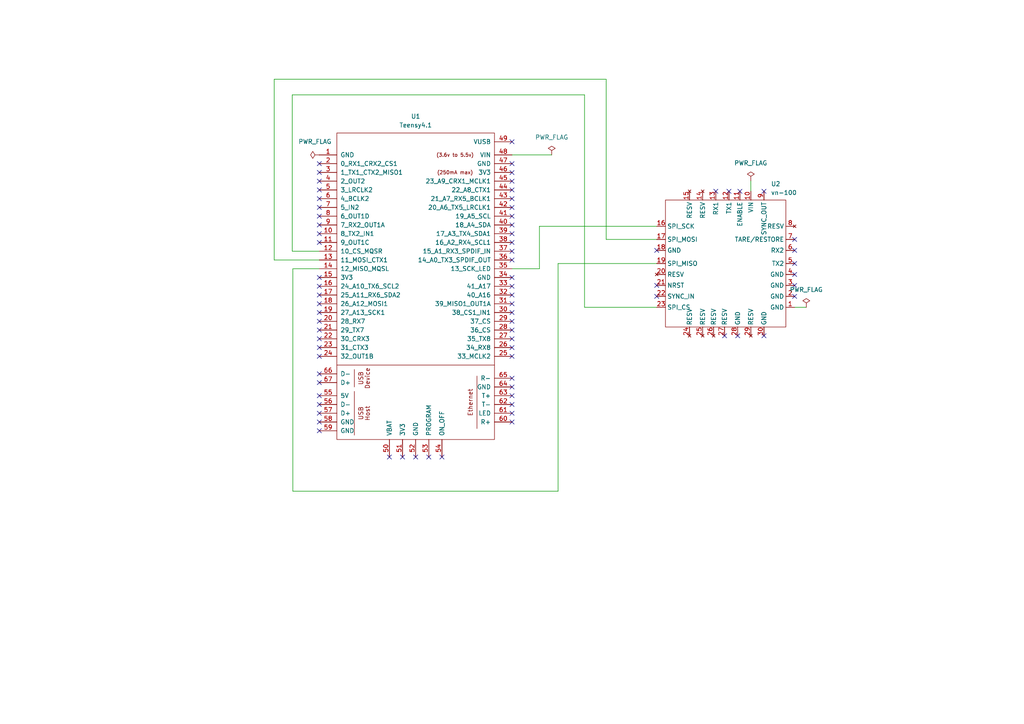
<source format=kicad_sch>
(kicad_sch (version 20211123) (generator eeschema)
  (paper "A4")
  (title_block (title "Teensy 4.1 <> VN-100 Interface") (date "2023-01-09") (rev "0.1") (company "Sebastian Nuñez"))
  (lib_symbols
    (symbol "power:PWR_FLAG" (power) (pin_numbers hide) (pin_names (offset 0) hide)
      (property "Value" "PWR_FLAG" (at 0 3.81 0))
      (symbol "PWR_FLAG_0_0"
        (pin power_out line (at 0 0 90) (length 0) (name "pwr") (number "1"))
      )
      (symbol "PWR_FLAG_0_1"
        (polyline (pts (xy 0 0) (xy 0 1.27) (xy -1.016 1.905) (xy 0 2.54) (xy 1.016 1.905) (xy 0 1.27)))
      )
    )
    (symbol "teensy:Teensy4.1" (pin_names (offset 1.016))
      (property "Reference" "U" (at 0 64.77 0))
      (property "Value" "Teensy4.1" (at 0 62.23 0))
      (symbol "Teensy4.1_0_0"
        (polyline (pts (xy -22.86 -6.35) (xy 22.86 -6.35)))
        (polyline (pts (xy -17.78 -26.67) (xy -17.78 -13.97)))
        (polyline (pts (xy -17.78 -7.62) (xy -17.78 -12.7)))
        (polyline (pts (xy 17.78 -9.525) (xy 17.78 -24.765)))
        (text "(250mA max)" (at 11.43 49.53 0) (effects (font (size 1.016 1.016))))
        (text "(3.6v to 5.5v)" (at 11.43 54.61 0) (effects (font (size 1.016 1.016))))
        (text "Device" (at -13.97 -10.16 900) (effects (font (size 1.27 1.27))))
        (text "Ethernet" (at 15.875 -17.145 900) (effects (font (size 1.27 1.27))))
        (text "Host" (at -13.97 -20.32 900) (effects (font (size 1.27 1.27))))
        (text "USB" (at -15.875 -20.32 900) (effects (font (size 1.27 1.27))))
        (text "USB" (at -15.875 -10.16 900) (effects (font (size 1.27 1.27))))
        (pin bidirectional line (at -27.94 31.75 0) (length 5.08) (name "8_TX2_IN1") (number "10"))
        (pin bidirectional line (at -27.94 29.21 0) (length 5.08) (name "9_OUT1C") (number "11"))
        (pin bidirectional line (at -27.94 26.67 0) (length 5.08) (name "10_CS_MQSR") (number "12"))
        (pin bidirectional line (at -27.94 24.13 0) (length 5.08) (name "11_MOSI_CTX1") (number "13"))
        (pin bidirectional line (at -27.94 21.59 0) (length 5.08) (name "12_MISO_MQSL") (number "14"))
        (pin power_in line (at -27.94 19.05 0) (length 5.08) (name "3V3") (number "15"))
        (pin bidirectional line (at -27.94 16.51 0) (length 5.08) (name "24_A10_TX6_SCL2") (number "16"))
        (pin bidirectional line (at -27.94 13.97 0) (length 5.08) (name "25_A11_RX6_SDA2") (number "17"))
        (pin bidirectional line (at -27.94 11.43 0) (length 5.08) (name "26_A12_MOSI1") (number "18"))
        (pin bidirectional line (at -27.94 8.89 0) (length 5.08) (name "27_A13_SCK1") (number "19"))
        (pin bidirectional line (at -27.94 6.35 0) (length 5.08) (name "28_RX7") (number "20"))
        (pin bidirectional line (at -27.94 3.81 0) (length 5.08) (name "29_TX7") (number "21"))
        (pin bidirectional line (at -27.94 1.27 0) (length 5.08) (name "30_CRX3") (number "22"))
        (pin bidirectional line (at -27.94 -1.27 0) (length 5.08) (name "31_CTX3") (number "23"))
        (pin bidirectional line (at -27.94 -3.81 0) (length 5.08) (name "32_OUT1B") (number "24"))
        (pin bidirectional line (at 27.94 -3.81 180) (length 5.08) (name "33_MCLK2") (number "25"))
        (pin bidirectional line (at 27.94 -1.27 180) (length 5.08) (name "34_RX8") (number "26"))
        (pin bidirectional line (at 27.94 1.27 180) (length 5.08) (name "35_TX8") (number "27"))
        (pin bidirectional line (at 27.94 3.81 180) (length 5.08) (name "36_CS") (number "28"))
        (pin bidirectional line (at 27.94 6.35 180) (length 5.08) (name "37_CS") (number "29"))
        (pin bidirectional line (at 27.94 8.89 180) (length 5.08) (name "38_CS1_IN1") (number "30"))
        (pin bidirectional line (at 27.94 11.43 180) (length 5.08) (name "39_MISO1_OUT1A") (number "31"))
        (pin bidirectional line (at 27.94 13.97 180) (length 5.08) (name "40_A16") (number "32"))
        (pin bidirectional line (at 27.94 16.51 180) (length 5.08) (name "41_A17") (number "33"))
        (pin bidirectional line (at 27.94 21.59 180) (length 5.08) (name "13_SCK_LED") (number "35"))
        (pin bidirectional line (at 27.94 24.13 180) (length 5.08) (name "14_A0_TX3_SPDIF_OUT") (number "36"))
        (pin bidirectional line (at 27.94 26.67 180) (length 5.08) (name "15_A1_RX3_SPDIF_IN") (number "37"))
        (pin bidirectional line (at 27.94 29.21 180) (length 5.08) (name "16_A2_RX4_SCL1") (number "38"))
        (pin bidirectional line (at 27.94 31.75 180) (length 5.08) (name "17_A3_TX4_SDA1") (number "39"))
        (pin bidirectional line (at 27.94 34.29 180) (length 5.08) (name "18_A4_SDA") (number "40"))
        (pin bidirectional line (at 27.94 36.83 180) (length 5.08) (name "19_A5_SCL") (number "41"))
        (pin bidirectional line (at 27.94 39.37 180) (length 5.08) (name "20_A6_TX5_LRCLK1") (number "42"))
        (pin bidirectional line (at 27.94 41.91 180) (length 5.08) (name "21_A7_RX5_BCLK1") (number "43"))
        (pin bidirectional line (at 27.94 44.45 180) (length 5.08) (name "22_A8_CTX1") (number "44"))
        (pin bidirectional line (at 27.94 46.99 180) (length 5.08) (name "23_A9_CRX1_MCLK1") (number "45"))
        (pin output line (at 27.94 49.53 180) (length 5.08) (name "3V3") (number "46"))
        (pin output line (at 27.94 52.07 180) (length 5.08) (name "GND") (number "47"))
        (pin power_in line (at 27.94 54.61 180) (length 5.08) (name "VIN") (number "48"))
        (pin power_out line (at 27.94 58.42 180) (length 5.08) (name "VUSB") (number "49"))
        (pin bidirectional line (at -27.94 44.45 0) (length 5.08) (name "3_LRCLK2") (number "5"))
        (pin power_in line (at -7.62 -33.02 90) (length 5.08) (name "VBAT") (number "50"))
        (pin power_in line (at -3.81 -33.02 90) (length 5.08) (name "3V3") (number "51"))
        (pin input line (at 0 -33.02 90) (length 5.08) (name "GND") (number "52"))
        (pin input line (at 3.81 -33.02 90) (length 5.08) (name "PROGRAM") (number "53"))
        (pin input line (at 7.62 -33.02 90) (length 5.08) (name "ON_OFF") (number "54"))
        (pin power_out line (at -27.94 -15.24 0) (length 5.08) (name "5V") (number "55"))
        (pin bidirectional line (at -27.94 -17.78 0) (length 5.08) (name "D-") (number "56"))
        (pin bidirectional line (at -27.94 -20.32 0) (length 5.08) (name "D+") (number "57"))
        (pin power_in line (at -27.94 -22.86 0) (length 5.08) (name "GND") (number "58"))
        (pin power_in line (at -27.94 -25.4 0) (length 5.08) (name "GND") (number "59"))
        (pin bidirectional line (at -27.94 41.91 0) (length 5.08) (name "4_BCLK2") (number "6"))
        (pin bidirectional line (at 27.94 -22.86 180) (length 5.08) (name "R+") (number "60"))
        (pin bidirectional line (at 27.94 -20.32 180) (length 5.08) (name "LED") (number "61"))
        (pin bidirectional line (at 27.94 -17.78 180) (length 5.08) (name "T-") (number "62"))
        (pin bidirectional line (at 27.94 -15.24 180) (length 5.08) (name "T+") (number "63"))
        (pin power_in line (at 27.94 -12.7 180) (length 5.08) (name "GND") (number "64"))
        (pin bidirectional line (at 27.94 -10.16 180) (length 5.08) (name "R-") (number "65"))
        (pin bidirectional line (at -27.94 -8.89 0) (length 5.08) (name "D-") (number "66"))
        (pin bidirectional line (at -27.94 -11.43 0) (length 5.08) (name "D+") (number "67"))
        (pin bidirectional line (at -27.94 39.37 0) (length 5.08) (name "5_IN2") (number "7"))
        (pin bidirectional line (at -27.94 36.83 0) (length 5.08) (name "6_OUT1D") (number "8"))
        (pin bidirectional line (at -27.94 34.29 0) (length 5.08) (name "7_RX2_OUT1A") (number "9"))
      )
      (symbol "Teensy4.1_0_1"
        (rectangle (start -22.86 60.96) (end 22.86 -27.94))
        (rectangle (start -20.32 -1.27) (end -20.32 -1.27))
      )
      (symbol "Teensy4.1_1_1"
        (pin power_in line (at -27.94 54.61 0) (length 5.08) (name "GND") (number "1"))
        (pin bidirectional line (at -27.94 52.07 0) (length 5.08) (name "0_RX1_CRX2_CS1") (number "2"))
        (pin bidirectional line (at -27.94 49.53 0) (length 5.08) (name "1_TX1_CTX2_MISO1") (number "3"))
        (pin power_in line (at 27.94 19.05 180) (length 5.08) (name "GND") (number "34"))
        (pin bidirectional line (at -27.94 46.99 0) (length 5.08) (name "2_OUT2") (number "4"))
      )
    )
    (symbol "vn-100:vn-100"
      (property "Reference" "U" (at -4.445 -10.795 0))
      (property "Value" "vn-100" (at -3.81 -12.7 0))
      (symbol "vn-100_0_1"
        (rectangle (start -24.765 7.62) (end 10.16 -29.21))
      )
      (symbol "vn-100_1_1"
        (pin power_in line (at 12.7 -23.495 180) (length 2.54) (name "GND") (number "1"))
        (pin power_in line (at 0 10.16 270) (length 2.54) (name "VIN") (number "10"))
        (pin input line (at -3.175 10.16 270) (length 2.54) (name "ENABLE") (number "11"))
        (pin output line (at -6.35 10.16 270) (length 2.54) (name "TX1") (number "12"))
        (pin input line (at -10.16 10.16 270) (length 2.54) (name "RX1") (number "13"))
        (pin no_connect line (at -13.97 10.16 270) (length 2.54) (name "RESV") (number "14"))
        (pin no_connect line (at -17.78 10.16 270) (length 2.54) (name "RESV") (number "15"))
        (pin input line (at -27.305 0 0) (length 2.54) (name "SPI_SCK") (number "16"))
        (pin input line (at -27.305 -3.81 0) (length 2.54) (name "SPI_MOSI") (number "17"))
        (pin power_in line (at -27.305 -6.985 0) (length 2.54) (name "GND") (number "18"))
        (pin output line (at -27.305 -10.795 0) (length 2.54) (name "SPI_MISO") (number "19"))
        (pin power_in line (at 12.7 -20.32 180) (length 2.54) (name "GND") (number "2"))
        (pin no_connect line (at -27.305 -13.97 0) (length 2.54) (name "RESV") (number "20"))
        (pin input line (at -27.305 -17.145 0) (length 2.54) (name "NRST") (number "21"))
        (pin input line (at -27.305 -20.32 0) (length 2.54) (name "SYNC_IN") (number "22"))
        (pin input line (at -27.305 -23.495 0) (length 2.54) (name "SPI_CS") (number "23"))
        (pin no_connect line (at -17.78 -31.75 90) (length 2.54) (name "RESV") (number "24"))
        (pin no_connect line (at -13.97 -31.75 90) (length 2.54) (name "RESV") (number "25"))
        (pin no_connect line (at -10.795 -31.75 90) (length 2.54) (name "RESV") (number "26"))
        (pin output line (at -7.62 -31.75 90) (length 2.54) (name "RESV") (number "27"))
        (pin power_in line (at -3.81 -31.75 90) (length 2.54) (name "GND") (number "28"))
        (pin no_connect line (at 0 -31.75 90) (length 2.54) (name "RESV") (number "29"))
        (pin power_in line (at 12.7 -17.145 180) (length 2.54) (name "GND") (number "3"))
        (pin power_in line (at 3.81 -31.75 90) (length 2.54) (name "GND") (number "30"))
        (pin power_in line (at 12.7 -13.97 180) (length 2.54) (name "GND") (number "4"))
        (pin output line (at 12.7 -10.795 180) (length 2.54) (name "TX2") (number "5"))
        (pin input line (at 12.7 -6.985 180) (length 2.54) (name "RX2") (number "6"))
        (pin input line (at 12.7 -3.81 180) (length 2.54) (name "TARE/RESTORE") (number "7"))
        (pin no_connect line (at 12.7 0 180) (length 2.54) (name "RESV") (number "8"))
        (pin output line (at 3.81 10.16 270) (length 2.54) (name "SYNC_OUT") (number "9"))
      )
    )
  )
  (no_connect (at 148.4944 50.0665))
  (no_connect (at 148.5011 41.1178))
  (no_connect (at 92.6211 50.0078))
  (no_connect (at 92.6211 47.4678))
  (no_connect (at 92.6211 70.3278))
  (no_connect (at 92.6211 67.7878))
  (no_connect (at 92.6211 65.2478))
  (no_connect (at 92.6211 62.7078))
  (no_connect (at 92.6211 60.1678))
  (no_connect (at 92.6211 57.6278))
  (no_connect (at 92.6211 55.0878))
  (no_connect (at 92.6211 52.5478))
  (no_connect (at 92.6211 83.0278))
  (no_connect (at 92.6211 103.3478))
  (no_connect (at 92.6211 80.4878))
  (no_connect (at 92.6211 95.7278))
  (no_connect (at 92.6211 98.2678))
  (no_connect (at 92.6211 100.8078))
  (no_connect (at 92.6211 114.7778))
  (no_connect (at 92.6211 110.9678))
  (no_connect (at 92.6211 108.4278))
  (no_connect (at 112.9411 132.5578))
  (no_connect (at 92.6211 93.1878))
  (no_connect (at 92.6211 90.6478))
  (no_connect (at 92.6211 88.1078))
  (no_connect (at 92.6211 85.5678))
  (no_connect (at 92.6211 124.9378))
  (no_connect (at 92.6211 122.3978))
  (no_connect (at 92.6211 119.8578))
  (no_connect (at 92.6211 117.3178))
  (no_connect (at 128.1811 132.5578))
  (no_connect (at 124.3711 132.5578))
  (no_connect (at 120.5611 132.5578))
  (no_connect (at 116.7511 132.5578))
  (no_connect (at 148.5011 95.7278))
  (no_connect (at 148.5011 103.3478))
  (no_connect (at 148.5011 100.8078))
  (no_connect (at 148.5011 98.2678))
  (no_connect (at 148.5011 117.3178))
  (no_connect (at 148.5011 114.7778))
  (no_connect (at 148.5011 112.2378))
  (no_connect (at 148.5011 109.6978))
  (no_connect (at 148.5011 93.1878))
  (no_connect (at 148.5011 90.6478))
  (no_connect (at 148.5011 85.5678))
  (no_connect (at 148.5011 88.1078))
  (no_connect (at 148.5011 122.3978))
  (no_connect (at 148.5011 119.8578))
  (no_connect (at 148.5011 83.0278))
  (no_connect (at 148.5011 80.4878))
  (no_connect (at 148.5011 47.4678))
  (no_connect (at 148.5011 62.7078))
  (no_connect (at 148.5011 60.1678))
  (no_connect (at 148.5011 57.6278))
  (no_connect (at 148.5011 65.2478))
  (no_connect (at 148.5011 72.8678))
  (no_connect (at 148.5011 75.4078))
  (no_connect (at 148.5011 67.7878))
  (no_connect (at 148.5011 70.3278))
  (no_connect (at 148.5011 55.0878))
  (no_connect (at 148.5011 52.5478))
  (no_connect (at 230.4729 72.6226))
  (no_connect (at 230.4729 79.6076))
  (no_connect (at 230.4729 76.4326))
  (no_connect (at 230.4729 69.4476))
  (no_connect (at 214.5979 55.4776))
  (no_connect (at 211.4229 55.4776))
  (no_connect (at 221.5829 55.4776))
  (no_connect (at 190.4679 82.7826))
  (no_connect (at 190.4679 85.9576))
  (no_connect (at 210.1529 97.3876))
  (no_connect (at 213.9629 97.3876))
  (no_connect (at 221.5829 97.3876))
  (no_connect (at 190.4679 72.6226))
  (no_connect (at 207.6129 55.4776))
  (no_connect (at 230.4729 82.7826))
  (no_connect (at 230.4729 85.9576))
  (wire (pts (xy 169.5396 89.1326) (xy 190.4679 89.1326)))
  (wire (pts (xy 161.8643 76.4326) (xy 190.4679 76.4326)))
  (wire (pts (xy 79.5294 75.4078) (xy 79.5294 22.9792)))
  (wire (pts (xy 156.4567 77.9478) (xy 156.4567 65.6376)))
  (wire (pts (xy 84.937 142.4695) (xy 161.8643 142.4695)))
  (wire (pts (xy 169.5396 27.5146) (xy 169.5396 89.1326)))
  (wire (pts (xy 148.5011 77.9478) (xy 156.4567 77.9478)))
  (wire (pts (xy 161.8643 142.4695) (xy 161.8643 76.4326)))
  (wire (pts (xy 230.4729 89.1326) (xy 233.8616 89.1326)))
  (wire (pts (xy 84.937 77.9478) (xy 84.937 142.4695)))
  (wire (pts (xy 92.6211 77.9478) (xy 84.937 77.9478)))
  (wire (pts (xy 92.6211 72.8678) (xy 84.7625 72.8678)))
  (wire (pts (xy 84.7625 72.8678) (xy 84.7625 27.5146)))
  (wire (pts (xy 175.8194 69.4476) (xy 190.4679 69.4476)))
  (wire (pts (xy 175.8194 22.9792) (xy 175.8194 69.4476)))
  (wire (pts (xy 217.7729 55.4776) (xy 217.765 52.4027)))
  (wire (pts (xy 79.5294 22.9792) (xy 175.8194 22.9792)))
  (wire (pts (xy 156.4567 65.6376) (xy 190.4679 65.6376)))
  (wire (pts (xy 148.5011 44.9278) (xy 160.0229 44.9278)))
  (wire (pts (xy 148.4944 50.0665) (xy 148.5011 50.0078)))
  (wire (pts (xy 84.7625 27.5146) (xy 169.5396 27.5146)))
  (wire (pts (xy 92.6211 75.4078) (xy 79.5294 75.4078)))
  (symbol (lib_id "power:PWR_FLAG") (at 160.0229 44.9278 0) (unit 1)
    (property "Reference" "#FLG0101" (effects hide))
    (property "Value" "PWR_FLAG" (at 160.0229 39.816 0))
  )
  (symbol (lib_id "power:PWR_FLAG") (at 233.8616 89.1326 0) (unit 1)
    (property "Reference" "#FLG0104" (effects hide))
    (property "Value" "PWR_FLAG" (at 233.8616 84.0208 0))
  )
  (symbol (lib_id "power:PWR_FLAG") (at 217.765 52.4027 0) (unit 1)
    (property "Reference" "#FLG0103" (effects hide))
    (property "Value" "PWR_FLAG" (at 217.765 47.2909 0))
  )
  (symbol (lib_id "power:PWR_FLAG") (at 92.6211 44.9278 90) (unit 1)
    (property "Reference" "#FLG0102" (effects hide))
    (property "Value" "PWR_FLAG" (at 91.3511 41.0714 90))
  )
  (symbol (lib_id "vn-100:vn-100") (at 217.7729 65.6376 0) (unit 1)
    (property "Reference" "U2" (at 223.6023 53.34 0) (effects (justify left)))
    (property "Value" "vn-100" (at 223.6023 55.88 0) (effects (justify left)))
    (property "Footprint" "vn-100_footprint:vn-100s" (effects hide))
  )
  (symbol (lib_id "teensy:Teensy4.1") (at 120.5611 99.5378 0) (unit 1)
    (property "Reference" "U1" (at 120.5611 33.7562 0))
    (property "Value" "Teensy4.1" (at 120.5611 36.2962 0))
    (property "Footprint" "teensy_footprints:Teensy41" (effects hide))
  )
)
</source>
